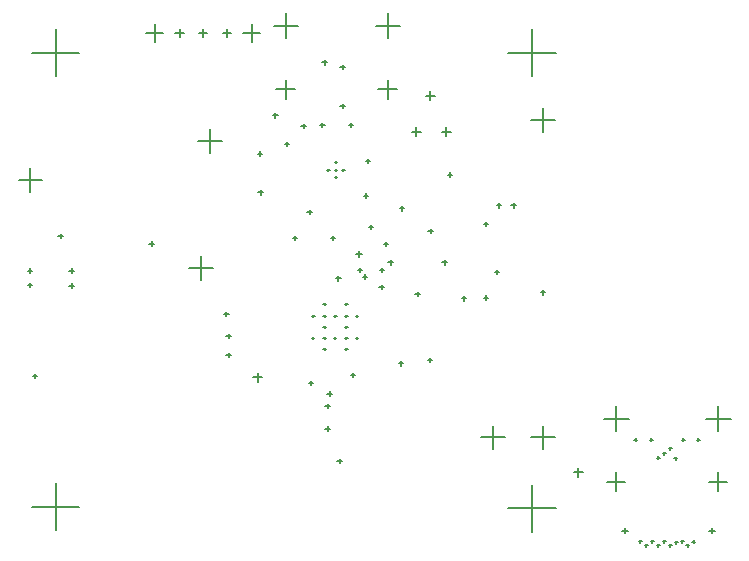
<source format=gbr>
%FSTAX23Y23*%
%MOIN*%
%SFA1B1*%

%IPPOS*%
%ADD74C,0.005000*%
%LNpcb_power_measurement_drillmap_1-1*%
%LPD*%
G54D74*
X03647Y0313D02*
X03677D01*
X03662Y03115D02*
Y03145D01*
X03747Y0313D02*
X03777D01*
X03762Y03115D02*
Y03145D01*
X03695Y0325D02*
X03725D01*
X0371Y03235D02*
Y03265D01*
X04639Y018D02*
X04659D01*
X04649Y01791D02*
Y0181D01*
X04348Y018D02*
X04368D01*
X04358Y01791D02*
Y0181D01*
X02382Y0188D02*
X02539D01*
X02461Y01801D02*
Y01958D01*
X0397Y01875D02*
X04127D01*
X04049Y01796D02*
Y01953D01*
X0397Y03393D02*
X04127D01*
X04049Y03314D02*
Y03471D01*
X02382Y03393D02*
X02539D01*
X02461Y03314D02*
Y03471D01*
X04297Y01962D02*
X0436D01*
X04328Y01931D02*
Y01994D01*
X04637Y01962D02*
X047D01*
X04669Y01931D02*
Y01994D01*
X04288Y02173D02*
X04371D01*
X04329Y02132D02*
Y02214D01*
X04628Y02173D02*
X04711D01*
X04669Y02132D02*
Y02214D01*
X02761Y03459D02*
X0282D01*
X02791Y03429D02*
Y03488D01*
X03084Y03459D02*
X03143D01*
X03114Y03429D02*
Y03488D01*
X03017Y03459D02*
X03045D01*
X03031Y03445D02*
Y03472D01*
X0286Y03459D02*
X02887D01*
X02874Y03445D02*
Y03472D01*
X02938Y03459D02*
X02966D01*
X02952Y03445D02*
Y03472D01*
X02935Y031D02*
X03014D01*
X02975Y0306D02*
Y03139D01*
X03527Y03482D02*
X03609D01*
X03568Y03441D02*
Y03524D01*
X03187Y03482D02*
X03269D01*
X03228Y03441D02*
Y03524D01*
X03536Y03272D02*
X03599D01*
X03567Y0324D02*
Y03303D01*
X03196Y03272D02*
X03259D01*
X03227Y0324D02*
Y03303D01*
X03878Y02111D02*
X03957D01*
X03918Y02071D02*
Y0215D01*
X02906Y02677D02*
X02985D01*
X02945Y02637D02*
Y02716D01*
X02337Y02969D02*
X02416D01*
X02376Y0293D02*
Y03008D01*
X04045Y02111D02*
X04124D01*
X04085Y02071D02*
Y0215D01*
X04045Y03169D02*
X04124D01*
X04085Y03129D02*
Y03208D01*
X03608Y02875D02*
X03623D01*
X03615Y02867D02*
Y02882D01*
X03554Y02756D02*
X03569D01*
X03562Y02748D02*
Y02763D01*
X03569Y02694D02*
X03584D01*
X03577Y02686D02*
Y02701D01*
X0366Y02589D02*
X03675D01*
X03668Y02581D02*
Y02596D01*
X03541Y02669D02*
X03556D01*
X03549Y02661D02*
Y02676D01*
X03467Y02668D02*
X03482D01*
X03475Y02661D02*
Y02676D01*
X03768Y02987D02*
X03783D01*
X03776Y02979D02*
Y02994D01*
X03224Y03089D02*
X03239D01*
X03232Y03081D02*
Y03096D01*
X02506Y02617D02*
X02521D01*
X02514Y02609D02*
Y02624D01*
X02506Y02667D02*
X02521D01*
X02514Y02659D02*
Y02674D01*
X02368Y02619D02*
X02383D01*
X02376Y02611D02*
Y02626D01*
X02368Y02667D02*
X02383D01*
X02376Y02659D02*
Y02674D01*
X02469Y02782D02*
X02484D01*
X02477Y02774D02*
Y02789D01*
X02384Y02316D02*
X02399D01*
X02392Y02308D02*
Y02323D01*
X03495Y03032D02*
X0351D01*
X03503Y03024D02*
Y03039D01*
X03396Y02641D02*
X03411D01*
X03403Y02633D02*
Y02648D01*
X03461Y02723D02*
X03481D01*
X03471Y02713D02*
Y02733D01*
X03484Y02647D02*
X03499D01*
X03492Y02639D02*
Y02654D01*
X0354Y02613D02*
X03555D01*
X03548Y02605D02*
Y0262D01*
X03703Y02798D02*
X03718D01*
X03711Y02791D02*
Y02806D01*
X04077Y02595D02*
X04092D01*
X04085Y02587D02*
Y02602D01*
X03979Y02884D02*
X03994D01*
X03987Y02876D02*
Y02891D01*
X03931Y02885D02*
X03946D01*
X03939Y02877D02*
Y02892D01*
X0375Y02695D02*
X03765D01*
X03758Y02687D02*
Y02702D01*
X03504Y02812D02*
X03519D01*
X03512Y02804D02*
Y02819D01*
X03924Y02663D02*
X03939D01*
X03932Y02655D02*
Y0267D01*
X03887Y02577D02*
X03902D01*
X03895Y02569D02*
Y02584D01*
X03815Y02574D02*
X0383D01*
X03823Y02566D02*
Y02581D01*
X03888Y02822D02*
X03903D01*
X03896Y02814D02*
Y02829D01*
X04389Y02103D02*
X04399D01*
X04394Y02098D02*
Y02108D01*
X04188Y01995D02*
X04218D01*
X04203Y0198D02*
Y0201D01*
X04563Y01751D02*
X04573D01*
X04568Y01746D02*
Y01756D01*
X04465Y01751D02*
X04475D01*
X0447Y01746D02*
Y01756D01*
X04484Y01765D02*
X04494D01*
X04489Y0176D02*
Y0177D01*
X04405Y01765D02*
X04415D01*
X0441Y0176D02*
Y0177D01*
X04425Y01751D02*
X04435D01*
X0443Y01746D02*
Y01756D01*
X04524Y01761D02*
X04534D01*
X04529Y01756D02*
Y01766D01*
X04544Y01765D02*
X04554D01*
X04549Y0176D02*
Y0177D01*
X04445Y01765D02*
X04455D01*
X0445Y0176D02*
Y0177D01*
X04504Y01751D02*
X04514D01*
X04509Y01746D02*
Y01756D01*
X04523Y02042D02*
X04533D01*
X04528Y02037D02*
Y02047D01*
X04583Y01763D02*
X04593D01*
X04588Y01758D02*
Y01768D01*
X04464Y02043D02*
X04474D01*
X04469Y02038D02*
Y02048D01*
X034Y02032D02*
X03415D01*
X03407Y02024D02*
Y02039D01*
X03366Y02257D02*
X03381D01*
X03374Y02249D02*
Y02264D01*
X04484Y02058D02*
X04494D01*
X04489Y02053D02*
Y02063D01*
X04598Y02103D02*
X04608D01*
X04603Y02098D02*
Y02108D01*
X04504Y02074D02*
X04514D01*
X04509Y02069D02*
Y02079D01*
X04441Y02103D02*
X04451D01*
X04446Y02098D02*
Y02108D01*
X04547Y02103D02*
X04557D01*
X04552Y02098D02*
Y02108D01*
X03353Y02516D02*
X03361D01*
X03357Y02512D02*
Y0252D01*
X03426Y02516D02*
X03434D01*
X0343Y02512D02*
Y0252D01*
X03316Y02516D02*
X03324D01*
X0332Y02512D02*
Y0252D01*
X03315Y02443D02*
X03323D01*
X03319Y02439D02*
Y02447D01*
X03353Y02443D02*
X03361D01*
X03357Y02439D02*
Y02447D01*
X03426Y02443D02*
X03434D01*
X0343Y02439D02*
Y02447D01*
X03388Y02443D02*
X03396D01*
X03392Y02439D02*
Y02447D01*
X03462Y02443D02*
X0347D01*
X03466Y02439D02*
Y02447D01*
X03426Y02406D02*
X03434D01*
X0343Y02402D02*
Y0241D01*
X03426Y02479D02*
X03434D01*
X0343Y02475D02*
Y02483D01*
X03353Y02556D02*
X03361D01*
X03357Y02552D02*
Y0256D01*
X03426Y02555D02*
X03434D01*
X0343Y02551D02*
Y02559D01*
X03462Y02516D02*
X0347D01*
X03466Y02512D02*
Y0252D01*
X03389Y02516D02*
X03397D01*
X03393Y02512D02*
Y0252D01*
X03353Y02479D02*
X03361D01*
X03357Y02475D02*
Y02483D01*
X03353Y02406D02*
X03361D01*
X03357Y02402D02*
Y0241D01*
X03366Y03003D02*
X03374D01*
X0337Y02999D02*
Y03007D01*
X03391Y02978D02*
X03399D01*
X03395Y02974D02*
Y02982D01*
X03391Y03028D02*
X03399D01*
X03395Y03024D02*
Y03032D01*
X03416Y03003D02*
X03424D01*
X0342Y02999D02*
Y03007D01*
X03391Y03003D02*
X03399D01*
X03395Y02999D02*
Y03007D01*
X03701Y02368D02*
X03716D01*
X03709Y02361D02*
Y02376D01*
X03444Y02319D02*
X03459D01*
X03452Y02311D02*
Y02326D01*
X0312Y02311D02*
X0315D01*
X03135Y02296D02*
Y02326D01*
X03029Y02385D02*
X03044D01*
X03037Y02378D02*
Y02393D01*
X03029Y0245D02*
X03044D01*
X03037Y02442D02*
Y02457D01*
X03023Y02522D02*
X03038D01*
X0303Y02514D02*
Y02529D01*
X03349Y03361D02*
X03364D01*
X03357Y03353D02*
Y03368D01*
X03305Y02291D02*
X0332D01*
X03313Y02284D02*
Y02299D01*
X03279Y03148D02*
X03294D01*
X03287Y03141D02*
Y03156D01*
X03409Y03215D02*
X03424D01*
X03417Y03208D02*
Y03223D01*
X03437Y03152D02*
X03452D01*
X03444Y03145D02*
Y0316D01*
X03342Y03152D02*
X03357D01*
X0335Y03145D02*
Y0316D01*
X02773Y02757D02*
X02788D01*
X02781Y0275D02*
Y02765D01*
X03136Y02928D02*
X03151D01*
X03144Y0292D02*
Y02935D01*
X03135Y03057D02*
X0315D01*
X03142Y03049D02*
Y03064D01*
X03186Y03184D02*
X03201D01*
X03193Y03176D02*
Y03191D01*
X03299Y02862D02*
X03314D01*
X03307Y02854D02*
Y02869D01*
X03377Y02775D02*
X03392D01*
X03385Y02768D02*
Y02783D01*
X03251Y02775D02*
X03266D01*
X03259Y02768D02*
Y02783D01*
X03488Y02917D02*
X03503D01*
X03496Y0291D02*
Y02925D01*
X0336Y0214D02*
X03375D01*
X03368Y02133D02*
Y02148D01*
X0336Y02215D02*
X03375D01*
X03368Y02208D02*
Y02223D01*
X03604Y02358D02*
X03619D01*
X03612Y0235D02*
Y02365D01*
X03409Y03346D02*
X03424D01*
X03417Y03338D02*
Y03353D01*
M02*
</source>
